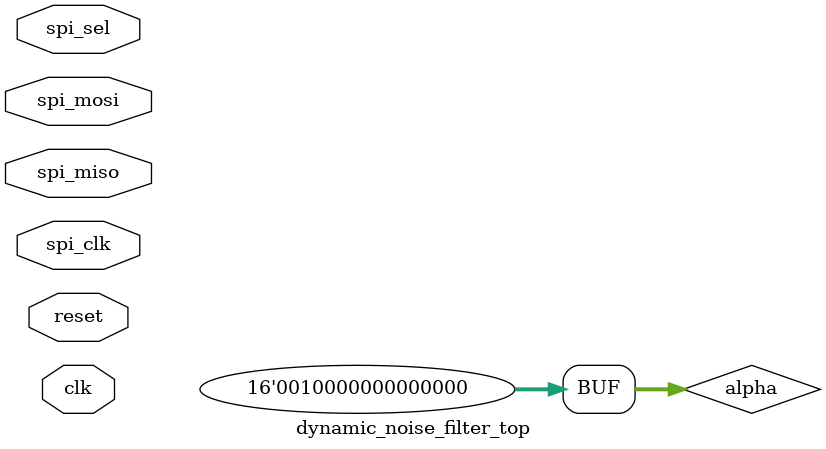
<source format=sv>
module dynamic_noise_filter_top (
    input logic clk,
    input logic reset,
    input logic spi_clk,
    input logic spi_sel,    // SPI chip sel
    input logic spi_mosi,   // SPI data in
    input logic spi_miso    // SPI data out
);
    // SPI I/O Interface
    logic [15:0] x_in;
    logic x_in_valid;
    logic [15:0] y_out;
    logic y_out_valid;

    logic signed [15:0] alpha;

    spi_rx spi_in (
        .clk(clk),
        .reset(reset),
        .sclk(spi_clk),
        .sel(spi_sel),
        .mosi(spi_mosi),
        .data_out(x_in),
        .valid_out(x_in_valid)
    );

    // rtl design
    dynamic_noise_reduction filter (
        .clk(clk),
        .reset(reset),
        .x_in(x_in),
        .alpha(alpha),
        .y_out(y_out)
    );

    spi_tx spi_out (
        .clk(clk),
        .reset(reset),
        .sclk(spi_clk),
        .sel(spi_sel),
        .data_in(y_out),
        .valid_in(x_in_valid),
        .miso(spi_miso)
    );

    // Instantiate DFFRAM module here later...

    // alpha default is 0.25
    initial alpha = 16'sd8192;

endmodule
</source>
